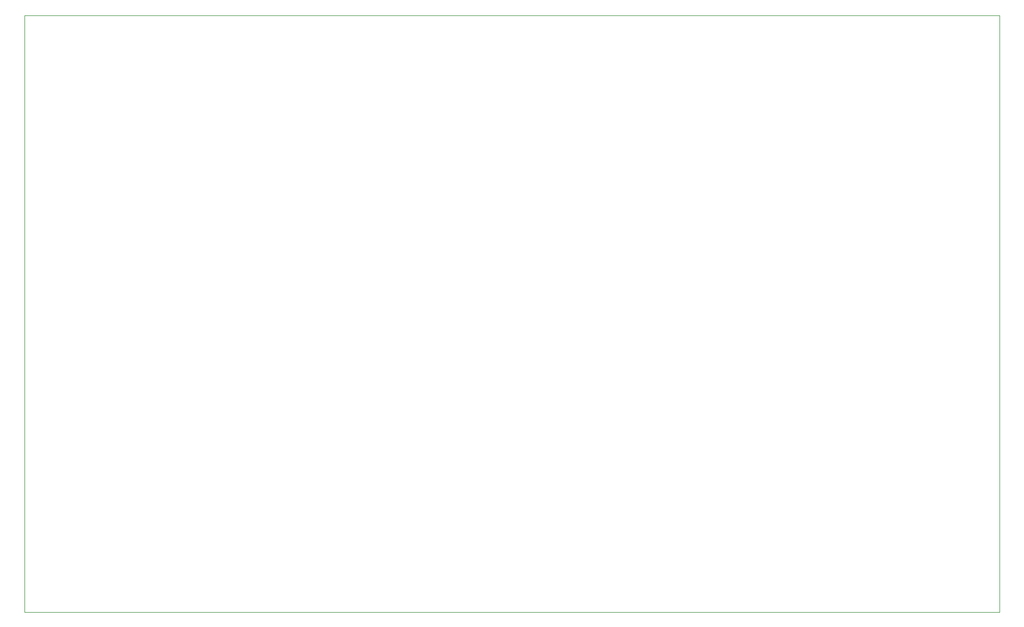
<source format=gbr>
G04 #@! TF.GenerationSoftware,KiCad,Pcbnew,(5.1.5)-3*
G04 #@! TF.CreationDate,2020-08-20T20:48:59-04:00*
G04 #@! TF.ProjectId,carte_v1,63617274-655f-4763-912e-6b696361645f,rev?*
G04 #@! TF.SameCoordinates,Original*
G04 #@! TF.FileFunction,Profile,NP*
%FSLAX46Y46*%
G04 Gerber Fmt 4.6, Leading zero omitted, Abs format (unit mm)*
G04 Created by KiCad (PCBNEW (5.1.5)-3) date 2020-08-20 20:48:59*
%MOMM*%
%LPD*%
G04 APERTURE LIST*
%ADD10C,0.050000*%
G04 APERTURE END LIST*
D10*
X85000000Y-45000000D02*
X85000000Y-140000000D01*
X240000000Y-45000000D02*
X85000000Y-45000000D01*
X240000000Y-140000000D02*
X240000000Y-45000000D01*
X85000000Y-140000000D02*
X240000000Y-140000000D01*
M02*

</source>
